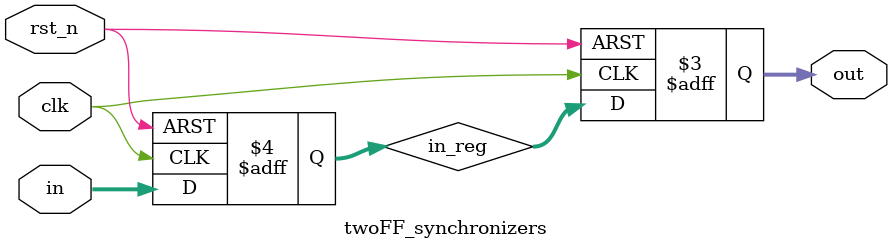
<source format=v>
module twoFF_synchronizers ( in , clk , rst_n  , out );

parameter addr_size_p = 8 ; 

input                       clk , rst_n  ; 
input      [addr_size_p :0] in           ; 

output reg [addr_size_p:0] out           ; 

reg        [addr_size_p:0] in_reg        ; 

always @(posedge clk or negedge rst_n) begin

    if(~rst_n) begin 
        in_reg  <= 0 ; 
        out     <= 0 ; 
    end
    else begin  
        in_reg <= in     ;
        out    <= in_reg ; 
    end 

end

endmodule 

</source>
